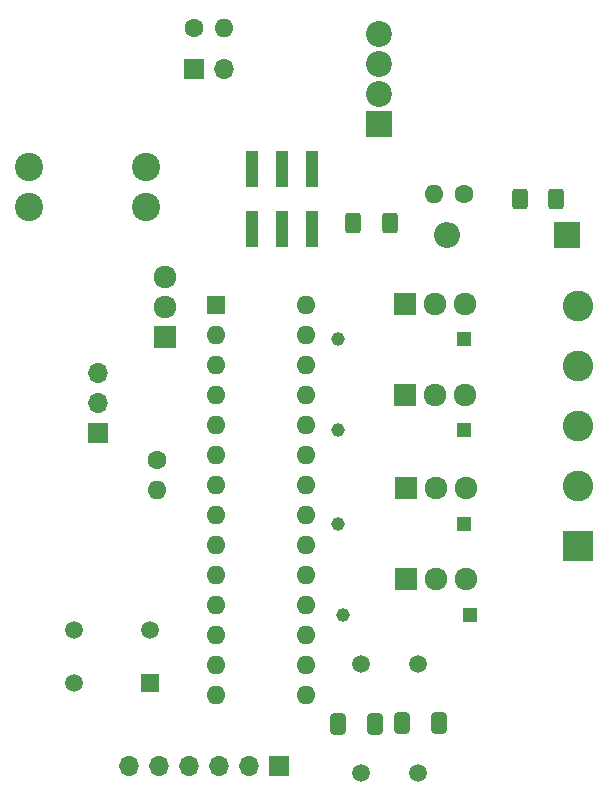
<source format=gbr>
%TF.GenerationSoftware,KiCad,Pcbnew,8.0.1-rc1*%
%TF.CreationDate,2024-06-16T18:47:49-07:00*%
%TF.ProjectId,AMS - CANBus - RGB - Nchannel,414d5320-2d20-4434-914e-427573202d20,rev?*%
%TF.SameCoordinates,Original*%
%TF.FileFunction,Soldermask,Top*%
%TF.FilePolarity,Negative*%
%FSLAX46Y46*%
G04 Gerber Fmt 4.6, Leading zero omitted, Abs format (unit mm)*
G04 Created by KiCad (PCBNEW 8.0.1-rc1) date 2024-06-16 18:47:49*
%MOMM*%
%LPD*%
G01*
G04 APERTURE LIST*
G04 Aperture macros list*
%AMRoundRect*
0 Rectangle with rounded corners*
0 $1 Rounding radius*
0 $2 $3 $4 $5 $6 $7 $8 $9 X,Y pos of 4 corners*
0 Add a 4 corners polygon primitive as box body*
4,1,4,$2,$3,$4,$5,$6,$7,$8,$9,$2,$3,0*
0 Add four circle primitives for the rounded corners*
1,1,$1+$1,$2,$3*
1,1,$1+$1,$4,$5*
1,1,$1+$1,$6,$7*
1,1,$1+$1,$8,$9*
0 Add four rect primitives between the rounded corners*
20,1,$1+$1,$2,$3,$4,$5,0*
20,1,$1+$1,$4,$5,$6,$7,0*
20,1,$1+$1,$6,$7,$8,$9,0*
20,1,$1+$1,$8,$9,$2,$3,0*%
G04 Aperture macros list end*
%ADD10RoundRect,0.250000X-0.412500X-0.650000X0.412500X-0.650000X0.412500X0.650000X-0.412500X0.650000X0*%
%ADD11R,1.920000X1.920000*%
%ADD12C,1.920000*%
%ADD13C,1.600000*%
%ADD14O,1.600000X1.600000*%
%ADD15R,2.200000X2.200000*%
%ADD16O,2.200000X2.200000*%
%ADD17C,2.200000*%
%ADD18R,2.600000X2.600000*%
%ADD19C,2.600000*%
%ADD20R,1.700000X1.700000*%
%ADD21O,1.700000X1.700000*%
%ADD22C,2.400000*%
%ADD23R,1.150000X1.150000*%
%ADD24C,1.150000*%
%ADD25RoundRect,0.250000X-0.400000X-0.625000X0.400000X-0.625000X0.400000X0.625000X-0.400000X0.625000X0*%
%ADD26R,1.000000X3.150000*%
%ADD27R,1.600000X1.600000*%
%ADD28C,1.500000*%
%ADD29R,1.500000X1.500000*%
%ADD30RoundRect,0.250000X0.412500X0.650000X-0.412500X0.650000X-0.412500X-0.650000X0.412500X-0.650000X0*%
G04 APERTURE END LIST*
D10*
%TO.C,C3*%
X151259400Y-117195200D03*
X154384400Y-117195200D03*
%TD*%
D11*
%TO.C,Q3*%
X157029900Y-104966800D03*
D12*
X159569900Y-104966800D03*
X162109900Y-104966800D03*
%TD*%
D11*
%TO.C,Q5*%
X157029900Y-97215700D03*
D12*
X159569900Y-97215700D03*
X162109900Y-97215700D03*
%TD*%
D13*
%TO.C,R7*%
X139116100Y-58260700D03*
D14*
X141656100Y-58260700D03*
%TD*%
D15*
%TO.C,D2*%
X170632200Y-75831200D03*
D16*
X160472200Y-75831200D03*
%TD*%
D15*
%TO.C,J1*%
X154748000Y-66384800D03*
D17*
X154748000Y-63844800D03*
X154748000Y-61304800D03*
X154748000Y-58764800D03*
%TD*%
D18*
%TO.C,J2*%
X171594600Y-102105600D03*
D19*
X171594600Y-97025600D03*
X171594600Y-91945600D03*
X171594600Y-86865600D03*
X171594600Y-81785600D03*
%TD*%
D13*
%TO.C,NTC1*%
X135965600Y-94809500D03*
D14*
X135965600Y-97349500D03*
%TD*%
D11*
%TO.C,Q7*%
X156961400Y-89326400D03*
D12*
X159501400Y-89326400D03*
X162041400Y-89326400D03*
%TD*%
D20*
%TO.C,J3*%
X146254600Y-120744200D03*
D21*
X143714600Y-120744200D03*
X141174600Y-120744200D03*
X138634600Y-120744200D03*
X136094600Y-120744200D03*
X133554600Y-120744200D03*
%TD*%
D22*
%TO.C,U5*%
X134999500Y-70018000D03*
X134999500Y-73418000D03*
X125079500Y-70018000D03*
X125079500Y-73418000D03*
%TD*%
D23*
%TO.C,Z1*%
X162430500Y-107964000D03*
D24*
X151730500Y-107964000D03*
%TD*%
D25*
%TO.C,R22*%
X152547400Y-74745100D03*
X155647400Y-74745100D03*
%TD*%
D13*
%TO.C,R6*%
X161933600Y-72318900D03*
D14*
X159393600Y-72318900D03*
%TD*%
D11*
%TO.C,Q9*%
X156916800Y-81600400D03*
D12*
X159456800Y-81600400D03*
X161996800Y-81600400D03*
%TD*%
D20*
%TO.C,Powerboard1*%
X130976300Y-92602600D03*
D21*
X130976300Y-90062600D03*
X130976300Y-87522600D03*
%TD*%
D26*
%TO.C,J4*%
X149082300Y-70232000D03*
X149082300Y-75282000D03*
X146542300Y-70232000D03*
X146542300Y-75282000D03*
X144002300Y-70232000D03*
X144002300Y-75282000D03*
%TD*%
D23*
%TO.C,Z2*%
X161977900Y-100269500D03*
D24*
X151277900Y-100269500D03*
%TD*%
D27*
%TO.C,U2*%
X140929500Y-81761800D03*
D14*
X140929500Y-84301800D03*
X140929500Y-86841800D03*
X140929500Y-89381800D03*
X140929500Y-91921800D03*
X140929500Y-94461800D03*
X140929500Y-97001800D03*
X140929500Y-99541800D03*
X140929500Y-102081800D03*
X140929500Y-104621800D03*
X140929500Y-107161800D03*
X140929500Y-109701800D03*
X140929500Y-112241800D03*
X140929500Y-114781800D03*
X148549500Y-114781800D03*
X148549500Y-112241800D03*
X148549500Y-109701800D03*
X148549500Y-107161800D03*
X148549500Y-104621800D03*
X148549500Y-102081800D03*
X148549500Y-99541800D03*
X148549500Y-97001800D03*
X148549500Y-94461800D03*
X148549500Y-91921800D03*
X148549500Y-89381800D03*
X148549500Y-86841800D03*
X148549500Y-84301800D03*
X148549500Y-81761800D03*
%TD*%
D20*
%TO.C,J5*%
X139049600Y-61738500D03*
D21*
X141589600Y-61738500D03*
%TD*%
D11*
%TO.C,Q1*%
X136586000Y-84423600D03*
D12*
X136586000Y-81883600D03*
X136586000Y-79343600D03*
%TD*%
D28*
%TO.C,Y2*%
X153203400Y-112099600D03*
X158083400Y-112099600D03*
%TD*%
D29*
%TO.C,Reset1*%
X135385300Y-113752500D03*
D28*
X128885300Y-113752500D03*
X135385300Y-109252500D03*
X128885300Y-109252500D03*
%TD*%
D30*
%TO.C,C5*%
X159782200Y-117145000D03*
X156657200Y-117145000D03*
%TD*%
D28*
%TO.C,Y1*%
X153178500Y-121354000D03*
X158058500Y-121354000D03*
%TD*%
D25*
%TO.C,C8*%
X166654000Y-72746000D03*
X169754000Y-72746000D03*
%TD*%
D23*
%TO.C,Z4*%
X161963000Y-84624300D03*
D24*
X151263000Y-84624300D03*
%TD*%
D23*
%TO.C,Z3*%
X161963000Y-92343800D03*
D24*
X151263000Y-92343800D03*
%TD*%
M02*

</source>
